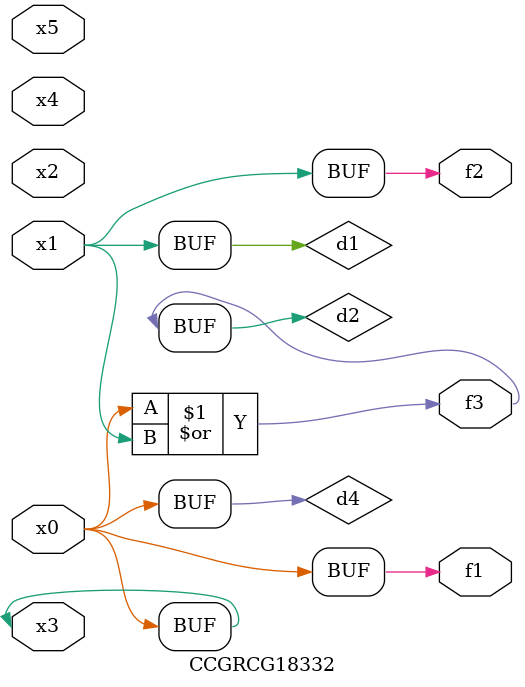
<source format=v>
module CCGRCG18332(
	input x0, x1, x2, x3, x4, x5,
	output f1, f2, f3
);

	wire d1, d2, d3, d4;

	and (d1, x1);
	or (d2, x0, x1);
	nand (d3, x0, x5);
	buf (d4, x0, x3);
	assign f1 = d4;
	assign f2 = d1;
	assign f3 = d2;
endmodule

</source>
